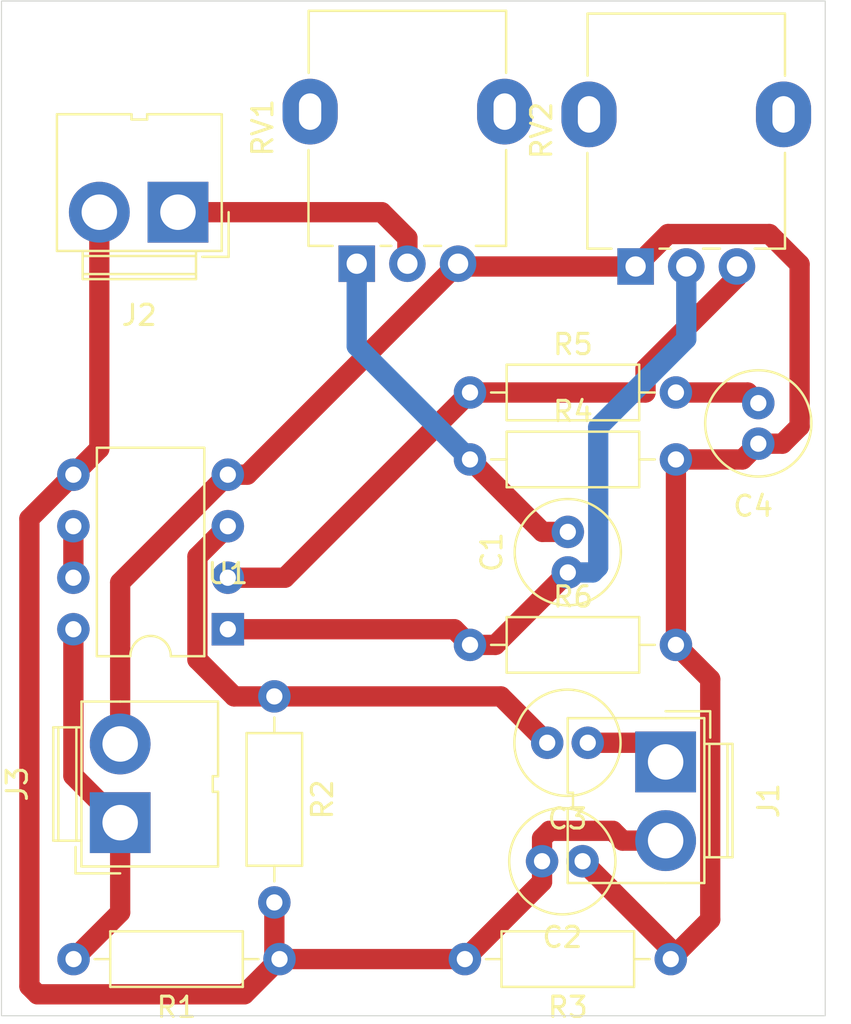
<source format=kicad_pcb>
(kicad_pcb (version 20240108) (generator "pcbnew") (generator_version "8.0")
  (layers (0 "F.Cu" signal) (31 "B.Cu" signal) (34 "B.Paste" user) (35 "F.Paste" user) (36 "B.SilkS" user "B.Silkscreen") (37 "F.SilkS" user "F.Silkscreen") (38 "B.Mask" user) (39 "F.Mask" user) (44 "Edge.Cuts" user))
  (net 0 "")
  (net 1 "Net-(C1-Pad1)")
  (net 2 "Net-(C1-Pad2)")
  (net 3 "0")
  (net 4 "GND")
  (net 5 "Net-(U1A-+)")
  (net 6 "Net-(J1-Pin_1)")
  (net 7 "Net-(C4-Pad2)")
  (net 8 "Net-(J2-Pin_1)")
  (net 9 "+9V")
  (net 10 "Net-(U1A--)")
  (net 11 "Net-(U1B--)")
  (footprint "Capacitor_THT:C_Radial_D5.0mm_H11.0mm_P2.00mm" (layer "F.Cu") (at 158.63 107.77 180)
    (property "Reference" "C3" (at 1 -3.75 180) (layer "F.SilkS"))
    (property "Value" "10uF")
    (fp_circle (center 1 0) (end 3.62 0) (stroke (width 0.12)) (fill none) (layer "F.SilkS"))
    (pad "1" thru_hole circle (at 0 0 180) (size 1.6 1.6) (drill 0.8) (layers "*.Cu" "*.Mask") (net 6 "Net-(J1-Pin_1)"))
    (pad "2" thru_hole circle (at 2 0 180) (size 1.6 1.6) (drill 0.8) (layers "*.Cu" "*.Mask") (net 5 "Net-(U1A-+)"))
  )
  (footprint "Resistor_THT:R_Axial_DIN0207_L6.3mm_D2.5mm_P10.16mm_Horizontal" (layer "F.Cu") (at 152.82 93.8)
    (property "Reference" "R4" (at 5.08 -2.37 0) (layer "F.SilkS"))
    (property "Value" "10k")
    (fp_line (start 1.04 0) (end 1.81 0) (stroke (width 0.12)) (layer "F.SilkS"))
    (fp_line (start 1.81 -1.37) (end 1.81 1.37) (stroke (width 0.12)) (layer "F.SilkS"))
    (fp_line (start 1.81 1.37) (end 8.35 1.37) (stroke (width 0.12)) (layer "F.SilkS"))
    (fp_line (start 8.35 -1.37) (end 1.81 -1.37) (stroke (width 0.12)) (layer "F.SilkS"))
    (fp_line (start 8.35 1.37) (end 8.35 -1.37) (stroke (width 0.12)) (layer "F.SilkS"))
    (fp_line (start 9.12 0) (end 8.35 0) (stroke (width 0.12)) (layer "F.SilkS"))
    (pad "1" thru_hole circle (at 0 0) (size 1.6 1.6) (drill 0.8) (layers "*.Cu" "*.Mask") (net 2 "Net-(C1-Pad2)"))
    (pad "2" thru_hole oval (at 10.16 0) (size 1.6 1.6) (drill 0.8) (layers "*.Cu" "*.Mask") (net 4 "GND"))
  )
  (footprint "Potentiometer_THT:Potentiometer_Alpha_RD901F-40-00D_Single_Vertical" (layer "F.Cu") (at 160.991 84.285 90)
    (property "Reference" "RV2" (at 6.71 -4.64 -90) (layer "F.SilkS"))
    (property "Value" "100k")
    (fp_line (start 0.88 -2.38) (end 5.6 -2.38) (stroke (width 0.12)) (layer "F.SilkS"))
    (fp_line (start 9.41 -2.37) (end 12.47 -2.37) (stroke (width 0.12)) (layer "F.SilkS"))
    (fp_line (start 0.88 -1.19) (end 0.88 -2.37) (stroke (width 0.12)) (layer "F.SilkS"))
    (fp_line (start 0.88 1.71) (end 0.88 1.18) (stroke (width 0.12)) (layer "F.SilkS"))
    (fp_line (start 0.88 4.16) (end 0.88 3.33) (stroke (width 0.12)) (layer "F.SilkS"))
    (fp_line (start 12.47 7.37) (end 12.47 -2.37) (stroke (width 0.12)) (layer "F.SilkS"))
    (fp_line (start 9.41 7.37) (end 12.47 7.37) (stroke (width 0.12)) (layer "F.SilkS"))
    (fp_line (start 0.88 7.37) (end 0.88 5.88) (stroke (width 0.12)) (layer "F.SilkS"))
    (fp_line (start 0.88 7.37) (end 5.6 7.37) (stroke (width 0.12)) (layer "F.SilkS"))
    (pad "" thru_hole oval (at 7.5 -2.3 180) (size 2.72 3.24) (drill oval 1.1 1.8) (layers "*.Cu" "*.Mask"))
    (pad "" thru_hole oval (at 7.5 7.3 180) (size 2.72 3.24) (drill oval 1.1 1.8) (layers "*.Cu" "*.Mask"))
    (pad "1" thru_hole rect (at 0 0 180) (size 1.8 1.8) (drill 1) (layers "*.Cu" "*.Mask") (net 4 "GND"))
    (pad "2" thru_hole circle (at 0 2.5 180) (size 1.8 1.8) (drill 1) (layers "*.Cu" "*.Mask") (net 1 "Net-(C1-Pad1)"))
    (pad "3" thru_hole circle (at 0 5 180) (size 1.8 1.8) (drill 1) (layers "*.Cu" "*.Mask") (net 10 "Net-(U1A--)"))
  )
  (footprint "Capacitor_THT:C_Radial_D5.0mm_H11.0mm_P2.00mm" (layer "F.Cu") (at 158.376 113.612 180)
    (property "Reference" "C2" (at 1 -3.75 180) (layer "F.SilkS"))
    (property "Value" "10uF")
    (fp_circle (center 1 0) (end 3.62 0) (stroke (width 0.12)) (fill none) (layer "F.SilkS"))
    (pad "1" thru_hole circle (at 0 0 180) (size 1.6 1.6) (drill 0.8) (layers "*.Cu" "*.Mask") (net 4 "GND"))
    (pad "2" thru_hole circle (at 2 0 180) (size 1.6 1.6) (drill 0.8) (layers "*.Cu" "*.Mask") (net 3 "0"))
  )
  (footprint "Resistor_THT:R_Axial_DIN0207_L6.3mm_D2.5mm_P10.16mm_Horizontal" (layer "F.Cu") (at 143.168 105.484 -90)
    (property "Reference" "R2" (at 5.08 -2.37 90) (layer "F.SilkS"))
    (property "Value" "100k")
    (fp_line (start 1.81 1.37) (end 8.35 1.37) (stroke (width 0.12)) (layer "F.SilkS"))
    (fp_line (start 8.35 1.37) (end 8.35 -1.37) (stroke (width 0.12)) (layer "F.SilkS"))
    (fp_line (start 1.04 0) (end 1.81 0) (stroke (width 0.12)) (layer "F.SilkS"))
    (fp_line (start 9.12 0) (end 8.35 0) (stroke (width 0.12)) (layer "F.SilkS"))
    (fp_line (start 1.81 -1.37) (end 1.81 1.37) (stroke (width 0.12)) (layer "F.SilkS"))
    (fp_line (start 8.35 -1.37) (end 1.81 -1.37) (stroke (width 0.12)) (layer "F.SilkS"))
    (pad "1" thru_hole circle (at 0 0 270) (size 1.6 1.6) (drill 0.8) (layers "*.Cu" "*.Mask") (net 5 "Net-(U1A-+)"))
    (pad "2" thru_hole oval (at 10.16 0 270) (size 1.6 1.6) (drill 0.8) (layers "*.Cu" "*.Mask") (net 3 "0"))
  )
  (footprint "Capacitor_THT:C_Radial_D5.0mm_H11.0mm_P2.00mm" (layer "F.Cu") (at 157.646 99.372 90)
    (property "Reference" "C1" (at 1 -3.75 -90) (layer "F.SilkS"))
    (property "Value" "10uF")
    (fp_circle (center 1 0) (end 3.62 0) (stroke (width 0.12)) (fill none) (layer "F.SilkS"))
    (pad "1" thru_hole circle (at 0 0 90) (size 1.6 1.6) (drill 0.8) (layers "*.Cu" "*.Mask") (net 1 "Net-(C1-Pad1)"))
    (pad "2" thru_hole circle (at 2 0 90) (size 1.6 1.6) (drill 0.8) (layers "*.Cu" "*.Mask") (net 2 "Net-(C1-Pad2)"))
  )
  (footprint "Connector:JWT_A3963_1x02_P3.96mm_Vertical" (layer "F.Cu") (at 138.412 81.608 180)
    (property "Reference" "J2" (at 1.91 -5.08 180) (layer "F.SilkS"))
    (property "Value" "Conn_01x02_Pin")
    (fp_line (start 5.97 4.83) (end 5.97 0) (stroke (width 0.12)) (layer "F.SilkS"))
    (fp_line (start 5.97 -1.91) (end 5.97 0) (stroke (width 0.12)) (layer "F.SilkS"))
    (fp_line (start 4.7 -1.91) (end 4.7 -3.3) (stroke (width 0.12)) (layer "F.SilkS"))
    (fp_line (start 2.29 4.83) (end 5.97 4.83) (stroke (width 0.12)) (layer "F.SilkS"))
    (fp_line (start 2.29 4.57) (end 2.29 4.83) (stroke (width 0.12)) (layer "F.SilkS"))
    (fp_line (start 1.52 4.83) (end 1.52 4.57) (stroke (width 0.12)) (layer "F.SilkS"))
    (fp_line (start 1.52 4.83) (end -2.16 4.83) (stroke (width 0.12)) (layer "F.SilkS"))
    (fp_line (start 1.52 4.57) (end 2.29 4.57) (stroke (width 0.12)) (layer "F.SilkS"))
    (fp_line (start -0.89 -1.91) (end -0.89 -3.3) (stroke (width 0.12)) (layer "F.SilkS"))
    (fp_line (start -0.89 -2.16) (end 4.7 -2.16) (stroke (width 0.12)) (layer "F.SilkS"))
    (fp_line (start -0.89 -3.05) (end 4.7 -3.05) (stroke (width 0.12)) (layer "F.SilkS"))
    (fp_line (start -0.89 -3.3) (end 4.7 -3.3) (stroke (width 0.12)) (layer "F.SilkS"))
    (fp_line (start -1.2 -2.2) (end -2.5 -2.2) (stroke (width 0.12)) (layer "F.SilkS"))
    (fp_line (start -2.16 0) (end -2.16 4.83) (stroke (width 0.12)) (layer "F.SilkS"))
    (fp_line (start -2.16 -1.91) (end 5.97 -1.91) (stroke (width 0.12)) (layer "F.SilkS"))
    (fp_line (start -2.16 -1.91) (end -2.16 0) (stroke (width 0.12)) (layer "F.SilkS"))
    (fp_line (start -2.5 -2.2) (end -2.5 0) (stroke (width 0.12)) (layer "F.SilkS"))
    (pad "1" thru_hole rect (at 0 0 180) (size 3 3) (drill 1.75) (layers "*.Cu" "*.Mask") (net 8 "Net-(J2-Pin_1)"))
    (pad "2" thru_hole circle (at 3.88 0 180) (size 3 3) (drill 1.75) (layers "*.Cu" "*.Mask") (net 3 "0"))
  )
  (footprint "Connector:JWT_A3963_1x02_P3.96mm_Vertical" (layer "F.Cu") (at 135.56 111.7095 90)
    (property "Reference" "J3" (at 1.91 -5.08 -90) (layer "F.SilkS"))
    (property "Value" "Conn_01x02_Pin")
    (fp_line (start -0.89 -3.3) (end 4.7 -3.3) (stroke (width 0.12)) (layer "F.SilkS"))
    (fp_line (start -0.89 -3.05) (end 4.7 -3.05) (stroke (width 0.12)) (layer "F.SilkS"))
    (fp_line (start -1.2 -2.2) (end -2.5 -2.2) (stroke (width 0.12)) (layer "F.SilkS"))
    (fp_line (start -2.5 -2.2) (end -2.5 0) (stroke (width 0.12)) (layer "F.SilkS"))
    (fp_line (start -0.89 -2.16) (end 4.7 -2.16) (stroke (width 0.12)) (layer "F.SilkS"))
    (fp_line (start 5.97 -1.91) (end 5.97 0) (stroke (width 0.12)) (layer "F.SilkS"))
    (fp_line (start 4.7 -1.91) (end 4.7 -3.3) (stroke (width 0.12)) (layer "F.SilkS"))
    (fp_line (start -0.89 -1.91) (end -0.89 -3.3) (stroke (width 0.12)) (layer "F.SilkS"))
    (fp_line (start -2.16 -1.91) (end 5.97 -1.91) (stroke (width 0.12)) (layer "F.SilkS"))
    (fp_line (start -2.16 -1.91) (end -2.16 0) (stroke (width 0.12)) (layer "F.SilkS"))
    (fp_line (start -2.16 0) (end -2.16 4.83) (stroke (width 0.12)) (layer "F.SilkS"))
    (fp_line (start 2.29 4.57) (end 2.29 4.83) (stroke (width 0.12)) (layer "F.SilkS"))
    (fp_line (start 1.52 4.57) (end 2.29 4.57) (stroke (width 0.12)) (layer "F.SilkS"))
    (fp_line (start 5.97 4.83) (end 5.97 0) (stroke (width 0.12)) (layer "F.SilkS"))
    (fp_line (start 2.29 4.83) (end 5.97 4.83) (stroke (width 0.12)) (layer "F.SilkS"))
    (fp_line (start 1.52 4.83) (end 1.52 4.57) (stroke (width 0.12)) (layer "F.SilkS"))
    (fp_line (start 1.52 4.83) (end -2.16 4.83) (stroke (width 0.12)) (layer "F.SilkS"))
    (pad "1" thru_hole rect (at 0 0 90) (size 3 3) (drill 1.75) (layers "*.Cu" "*.Mask") (net 9 "+9V"))
    (pad "2" thru_hole circle (at 3.88 0 90) (size 3 3) (drill 1.75) (layers "*.Cu" "*.Mask") (net 4 "GND"))
  )
  (footprint "Resistor_THT:R_Axial_DIN0207_L6.3mm_D2.5mm_P10.16mm_Horizontal" (layer "F.Cu") (at 152.82 90.498)
    (property "Reference" "R5" (at 5.08 -2.37 0) (layer "F.SilkS"))
    (property "Value" "1k")
    (fp_line (start 1.04 0) (end 1.81 0) (stroke (width 0.12)) (layer "F.SilkS"))
    (fp_line (start 1.81 -1.37) (end 1.81 1.37) (stroke (width 0.12)) (layer "F.SilkS"))
    (fp_line (start 1.81 1.37) (end 8.35 1.37) (stroke (width 0.12)) (layer "F.SilkS"))
    (fp_line (start 8.35 -1.37) (end 1.81 -1.37) (stroke (width 0.12)) (layer "F.SilkS"))
    (fp_line (start 8.35 1.37) (end 8.35 -1.37) (stroke (width 0.12)) (layer "F.SilkS"))
    (fp_line (start 9.12 0) (end 8.35 0) (stroke (width 0.12)) (layer "F.SilkS"))
    (pad "1" thru_hole circle (at 0 0) (size 1.6 1.6) (drill 0.8) (layers "*.Cu" "*.Mask") (net 10 "Net-(U1A--)"))
    (pad "2" thru_hole oval (at 10.16 0) (size 1.6 1.6) (drill 0.8) (layers "*.Cu" "*.Mask") (net 7 "Net-(C4-Pad2)"))
  )
  (footprint "Resistor_THT:R_Axial_DIN0207_L6.3mm_D2.5mm_P10.16mm_Horizontal" (layer "F.Cu") (at 143.422 118.438 180)
    (property "Reference" "R1" (at 5.08 -2.37 180) (layer "F.SilkS"))
    (property "Value" "10k")
    (fp_line (start 9.12 0) (end 8.35 0) (stroke (width 0.12)) (layer "F.SilkS"))
    (fp_line (start 8.35 1.37) (end 8.35 -1.37) (stroke (width 0.12)) (layer "F.SilkS"))
    (fp_line (start 8.35 -1.37) (end 1.81 -1.37) (stroke (width 0.12)) (layer "F.SilkS"))
    (fp_line (start 1.81 1.37) (end 8.35 1.37) (stroke (width 0.12)) (layer "F.SilkS"))
    (fp_line (start 1.81 -1.37) (end 1.81 1.37) (stroke (width 0.12)) (layer "F.SilkS"))
    (fp_line (start 1.04 0) (end 1.81 0) (stroke (width 0.12)) (layer "F.SilkS"))
    (pad "1" thru_hole circle (at 0 0 180) (size 1.6 1.6) (drill 0.8) (layers "*.Cu" "*.Mask") (net 3 "0"))
    (pad "2" thru_hole oval (at 10.16 0 180) (size 1.6 1.6) (drill 0.8) (layers "*.Cu" "*.Mask") (net 9 "+9V"))
  )
  (footprint "Capacitor_THT:C_Radial_D5.0mm_H11.0mm_P2.00mm" (layer "F.Cu") (at 167.044 93.022 90)
    (property "Reference" "C4" (at -3.08 -0.254 0) (layer "F.SilkS"))
    (property "Value" "10uF")
    (fp_circle (center 1 0) (end 3.62 0) (stroke (width 0.12)) (fill none) (layer "F.SilkS"))
    (pad "1" thru_hole circle (at 0 0 90) (size 1.6 1.6) (drill 0.8) (layers "*.Cu" "*.Mask") (net 4 "GND"))
    (pad "2" thru_hole circle (at 2 0 90) (size 1.6 1.6) (drill 0.8) (layers "*.Cu" "*.Mask") (net 7 "Net-(C4-Pad2)"))
  )
  (footprint "Connector:JWT_A3963_1x02_P3.96mm_Vertical" (layer "F.Cu") (at 162.472 108.716 -90)
    (property "Reference" "J1" (at 1.91 -5.08 90) (layer "F.SilkS"))
    (property "Value" "Conn_01x02_Pin")
    (fp_line (start 1.52 4.83) (end -2.16 4.83) (stroke (width 0.12)) (layer "F.SilkS"))
    (fp_line (start 1.52 4.83) (end 1.52 4.57) (stroke (width 0.12)) (layer "F.SilkS"))
    (fp_line (start 2.29 4.83) (end 5.97 4.83) (stroke (width 0.12)) (layer "F.SilkS"))
    (fp_line (start 5.97 4.83) (end 5.97 0) (stroke (width 0.12)) (layer "F.SilkS"))
    (fp_line (start 1.52 4.57) (end 2.29 4.57) (stroke (width 0.12)) (layer "F.SilkS"))
    (fp_line (start 2.29 4.57) (end 2.29 4.83) (stroke (width 0.12)) (layer "F.SilkS"))
    (fp_line (start -2.16 0) (end -2.16 4.83) (stroke (width 0.12)) (layer "F.SilkS"))
    (fp_line (start -2.16 -1.91) (end -2.16 0) (stroke (width 0.12)) (layer "F.SilkS"))
    (fp_line (start -2.16 -1.91) (end 5.97 -1.91) (stroke (width 0.12)) (layer "F.SilkS"))
    (fp_line (start -0.89 -1.91) (end -0.89 -3.3) (stroke (width 0.12)) (layer "F.SilkS"))
    (fp_line (start 4.7 -1.91) (end 4.7 -3.3) (stroke (width 0.12)) (layer "F.SilkS"))
    (fp_line (start 5.97 -1.91) (end 5.97 0) (stroke (width 0.12)) (layer "F.SilkS"))
    (fp_line (start -0.89 -2.16) (end 4.7 -2.16) (stroke (width 0.12)) (layer "F.SilkS"))
    (fp_line (start -2.5 -2.2) (end -2.5 0) (stroke (width 0.12)) (layer "F.SilkS"))
    (fp_line (start -1.2 -2.2) (end -2.5 -2.2) (stroke (width 0.12)) (layer "F.SilkS"))
    (fp_line (start -0.89 -3.05) (end 4.7 -3.05) (stroke (width 0.12)) (layer "F.SilkS"))
    (fp_line (start -0.89 -3.3) (end 4.7 -3.3) (stroke (width 0.12)) (layer "F.SilkS"))
    (pad "1" thru_hole rect (at 0 0 270) (size 3 3) (drill 1.75) (layers "*.Cu" "*.Mask") (net 6 "Net-(J1-Pin_1)"))
    (pad "2" thru_hole circle (at 3.88 0 270) (size 3 3) (drill 1.75) (layers "*.Cu" "*.Mask") (net 3 "0"))
  )
  (footprint "Resistor_THT:R_Axial_DIN0207_L6.3mm_D2.5mm_P10.16mm_Horizontal" (layer "F.Cu") (at 152.82 102.944)
    (property "Reference" "R6" (at 5.08 -2.37 0) (layer "F.SilkS"))
    (property "Value" "1k")
    (fp_line (start 1.04 0) (end 1.81 0) (stroke (width 0.12)) (layer "F.SilkS"))
    (fp_line (start 1.81 -1.37) (end 1.81 1.37) (stroke (width 0.12)) (layer "F.SilkS"))
    (fp_line (start 1.81 1.37) (end 8.35 1.37) (stroke (width 0.12)) (layer "F.SilkS"))
    (fp_line (start 8.35 -1.37) (end 1.81 -1.37) (stroke (width 0.12)) (layer "F.SilkS"))
    (fp_line (start 8.35 1.37) (end 8.35 -1.37) (stroke (width 0.12)) (layer "F.SilkS"))
    (fp_line (start 9.12 0) (end 8.35 0) (stroke (width 0.12)) (layer "F.SilkS"))
    (pad "1" thru_hole circle (at 0 0) (size 1.6 1.6) (drill 0.8) (layers "*.Cu" "*.Mask") (net 1 "Net-(C1-Pad1)"))
    (pad "2" thru_hole oval (at 10.16 0) (size 1.6 1.6) (drill 0.8) (layers "*.Cu" "*.Mask") (net 4 "GND"))
  )
  (footprint "Package_DIP:DIP-8_W7.62mm" (layer "F.Cu") (at 140.872 102.172 180)
    (property "Reference" "U1" (at 0 2.75 180) (layer "F.SilkS"))
    (property "Value" "TL072")
    (fp_line (start 6.46 8.95) (end 6.46 -1.33) (stroke (width 0.12)) (layer "F.SilkS"))
    (fp_line (start 6.46 -1.33) (end 4.81 -1.33) (stroke (width 0.12)) (layer "F.SilkS"))
    (fp_line (start 2.81 -1.33) (end 1.16 -1.33) (stroke (width 0.12)) (layer "F.SilkS"))
    (fp_line (start 1.16 8.95) (end 6.46 8.95) (stroke (width 0.12)) (layer "F.SilkS"))
    (fp_line (start 1.16 -1.33) (end 1.16 8.95) (stroke (width 0.12)) (layer "F.SilkS"))
    (fp_arc (start 4.81 -1.33) (mid 3.81 -0.33) (end 2.81 -1.33) (stroke (width 0.12)) (layer "F.SilkS"))
    (pad "1" thru_hole rect (at 0 0 180) (size 1.6 1.6) (drill 0.8) (layers "*.Cu" "*.Mask") (net 1 "Net-(C1-Pad1)"))
    (pad "2" thru_hole oval (at 0 2.54 180) (size 1.6 1.6) (drill 0.8) (layers "*.Cu" "*.Mask") (net 10 "Net-(U1A--)"))
    (pad "3" thru_hole oval (at 0 5.08 180) (size 1.6 1.6) (drill 0.8) (layers "*.Cu" "*.Mask") (net 5 "Net-(U1A-+)"))
    (pad "4" thru_hole oval (at 0 7.62 180) (size 1.6 1.6) (drill 0.8) (layers "*.Cu" "*.Mask") (net 4 "GND"))
    (pad "5" thru_hole oval (at 7.62 7.62 180) (size 1.6 1.6) (drill 0.8) (layers "*.Cu" "*.Mask") (net 3 "0"))
    (pad "6" thru_hole oval (at 7.62 5.08 180) (size 1.6 1.6) (drill 0.8) (layers "*.Cu" "*.Mask") (net 11 "Net-(U1B--)"))
    (pad "7" thru_hole oval (at 7.62 2.54 180) (size 1.6 1.6) (drill 0.8) (layers "*.Cu" "*.Mask") (net 11 "Net-(U1B--)"))
    (pad "8" thru_hole oval (at 7.62 0 180) (size 1.6 1.6) (drill 0.8) (layers "*.Cu" "*.Mask") (net 9 "+9V"))
  )
  (footprint "Potentiometer_THT:Potentiometer_Alpha_RD901F-40-00D_Single_Vertical" (layer "F.Cu") (at 147.232 84.148 90)
    (property "Reference" "RV1" (at 6.71 -4.64 -90) (layer "F.SilkS"))
    (property "Value" "100k")
    (fp_line (start 0.88 -2.38) (end 5.6 -2.38) (stroke (width 0.12)) (layer "F.SilkS"))
    (fp_line (start 9.41 -2.37) (end 12.47 -2.37) (stroke (width 0.12)) (layer "F.SilkS"))
    (fp_line (start 0.88 -1.19) (end 0.88 -2.37) (stroke (width 0.12)) (layer "F.SilkS"))
    (fp_line (start 0.88 1.71) (end 0.88 1.18) (stroke (width 0.12)) (layer "F.SilkS"))
    (fp_line (start 0.88 4.16) (end 0.88 3.33) (stroke (width 0.12)) (layer "F.SilkS"))
    (fp_line (start 12.47 7.37) (end 12.47 -2.37) (stroke (width 0.12)) (layer "F.SilkS"))
    (fp_line (start 9.41 7.37) (end 12.47 7.37) (stroke (width 0.12)) (layer "F.SilkS"))
    (fp_line (start 0.88 7.37) (end 0.88 5.88) (stroke (width 0.12)) (layer "F.SilkS"))
    (fp_line (start 0.88 7.37) (end 5.6 7.37) (stroke (width 0.12)) (layer "F.SilkS"))
    (pad "" thru_hole oval (at 7.5 -2.3 180) (size 2.72 3.24) (drill oval 1.1 1.8) (layers "*.Cu" "*.Mask"))
    (pad "" thru_hole oval (at 7.5 7.3 180) (size 2.72 3.24) (drill oval 1.1 1.8) (layers "*.Cu" "*.Mask"))
    (pad "1" thru_hole rect (at 0 0 180) (size 1.8 1.8) (drill 1) (layers "*.Cu" "*.Mask") (net 2 "Net-(C1-Pad2)"))
    (pad "2" thru_hole circle (at 0 2.5 180) (size 1.8 1.8) (drill 1) (layers "*.Cu" "*.Mask") (net 8 "Net-(J2-Pin_1)"))
    (pad "3" thru_hole circle (at 0 5 180) (size 1.8 1.8) (drill 1) (layers "*.Cu" "*.Mask") (net 4 "GND"))
  )
  (footprint "Resistor_THT:R_Axial_DIN0207_L6.3mm_D2.5mm_P10.16mm_Horizontal" (layer "F.Cu") (at 162.726 118.438 180)
    (property "Reference" "R3" (at 5.08 -2.37 180) (layer "F.SilkS"))
    (property "Value" "10k")
    (fp_line (start 9.12 0) (end 8.35 0) (stroke (width 0.12)) (layer "F.SilkS"))
    (fp_line (start 8.35 1.37) (end 8.35 -1.37) (stroke (width 0.12)) (layer "F.SilkS"))
    (fp_line (start 8.35 -1.37) (end 1.81 -1.37) (stroke (width 0.12)) (layer "F.SilkS"))
    (fp_line (start 1.81 1.37) (end 8.35 1.37) (stroke (width 0.12)) (layer "F.SilkS"))
    (fp_line (start 1.81 -1.37) (end 1.81 1.37) (stroke (width 0.12)) (layer "F.SilkS"))
    (fp_line (start 1.04 0) (end 1.81 0) (stroke (width 0.12)) (layer "F.SilkS"))
    (pad "1" thru_hole circle (at 0 0 180) (size 1.6 1.6) (drill 0.8) (layers "*.Cu" "*.Mask") (net 4 "GND"))
    (pad "2" thru_hole oval (at 10.16 0 180) (size 1.6 1.6) (drill 0.8) (layers "*.Cu" "*.Mask") (net 3 "0"))
  )
  (gr_rect (start 129.706 71.194) (end 170.346 121.232) (stroke (width 0.05)) (fill none) (layer "Edge.Cuts"))
  (segment (start 152.048 102.172) (end 152.82 102.944) (width 1) (layer "F.Cu") (net 1))
  (segment (start 140.872 102.172) (end 152.048 102.172) (width 1) (layer "F.Cu") (net 1))
  (segment (start 154.074 102.944) (end 157.646 99.372) (width 1) (layer "F.Cu") (net 1))
  (segment (start 152.82 102.944) (end 154.074 102.944) (width 1) (layer "F.Cu") (net 1))
  (segment (start 163.491 87.865679) (end 159.146 92.210679) (width 1) (layer "B.Cu") (net 1))
  (segment (start 159.146 92.210679) (end 159.146 99.11) (width 1) (layer "B.Cu") (net 1))
  (segment (start 159.146 99.11) (end 158.884 99.372) (width 1) (layer "B.Cu") (net 1))
  (segment (start 158.884 99.372) (end 157.646 99.372) (width 1) (layer "B.Cu") (net 1))
  (segment (start 163.491 84.285) (end 163.491 87.865679) (width 1) (layer "B.Cu") (net 1))
  (segment (start 157.646 97.372) (end 156.392 97.372) (width 1) (layer "F.Cu") (net 2))
  (segment (start 156.392 97.372) (end 152.82 93.8) (width 1) (layer "F.Cu") (net 2))
  (segment (start 152.82 93.8) (end 147.232 88.212) (width 1) (layer "B.Cu") (net 2))
  (segment (start 147.232 88.212) (end 147.232 84.148) (width 1) (layer "B.Cu") (net 2))
  (segment (start 156.376 112.48063) (end 156.376 113.612) (width 1) (layer "F.Cu") (net 3))
  (segment (start 159.86668 112.112) (end 156.74463 112.112) (width 1) (layer "F.Cu") (net 3))
  (segment (start 156.376 113.612) (end 156.376 114.628) (width 1) (layer "F.Cu") (net 3))
  (segment (start 156.376 114.628) (end 152.566 118.438) (width 1) (layer "F.Cu") (net 3))
  (segment (start 141.686 120.174) (end 143.422 118.438) (width 1) (layer "F.Cu") (net 3))
  (segment (start 143.168 118.184) (end 143.422 118.438) (width 1) (layer "F.Cu") (net 3))
  (segment (start 160.35068 112.596) (end 159.86668 112.112) (width 1) (layer "F.Cu") (net 3))
  (segment (start 133.252 94.552) (end 131.082 96.722) (width 1) (layer "F.Cu") (net 3))
  (segment (start 143.168 115.644) (end 143.168 118.184) (width 1) (layer "F.Cu") (net 3))
  (segment (start 134.532 81.608) (end 134.532 93.272) (width 1) (layer "F.Cu") (net 3))
  (segment (start 162.472 112.596) (end 160.35068 112.596) (width 1) (layer "F.Cu") (net 3))
  (segment (start 131.082 119.77666) (end 131.47934 120.174) (width 1) (layer "F.Cu") (net 3))
  (segment (start 131.47934 120.174) (end 141.686 120.174) (width 1) (layer "F.Cu") (net 3))
  (segment (start 156.74463 112.112) (end 156.376 112.48063) (width 1) (layer "F.Cu") (net 3))
  (segment (start 143.422 118.438) (end 152.566 118.438) (width 1) (layer "F.Cu") (net 3))
  (segment (start 134.532 93.272) (end 133.252 94.552) (width 1) (layer "F.Cu") (net 3))
  (segment (start 131.082 96.722) (end 131.082 119.77666) (width 1) (layer "F.Cu") (net 3))
  (segment (start 135.56 99.864) (end 140.872 94.552) (width 1) (layer "F.Cu") (net 4))
  (segment (start 162.591 82.685) (end 167.593 82.685) (width 1) (layer "F.Cu") (net 4))
  (segment (start 169.082 84.174) (end 169.082 92.174) (width 1) (layer "F.Cu") (net 4))
  (segment (start 162.726 118.438) (end 162.726 117.962) (width 1) (layer "F.Cu") (net 4))
  (segment (start 152.369 84.285) (end 152.232 84.148) (width 1) (layer "F.Cu") (net 4))
  (segment (start 164.672 116.492) (end 162.726 118.438) (width 1) (layer "F.Cu") (net 4))
  (segment (start 160.991 84.285) (end 152.369 84.285) (width 1) (layer "F.Cu") (net 4))
  (segment (start 166.266 93.8) (end 167.044 93.022) (width 1) (layer "F.Cu") (net 4))
  (segment (start 135.56 107.8295) (end 135.56 99.864) (width 1) (layer "F.Cu") (net 4))
  (segment (start 167.593 82.685) (end 169.082 84.174) (width 1) (layer "F.Cu") (net 4))
  (segment (start 168.234 93.022) (end 167.044 93.022) (width 1) (layer "F.Cu") (net 4))
  (segment (start 160.991 84.285) (end 162.591 82.685) (width 1) (layer "F.Cu") (net 4))
  (segment (start 141.828 94.552) (end 152.232 84.148) (width 1) (layer "F.Cu") (net 4))
  (segment (start 162.98 93.8) (end 166.266 93.8) (width 1) (layer "F.Cu") (net 4))
  (segment (start 164.672 104.636) (end 164.672 116.492) (width 1) (layer "F.Cu") (net 4))
  (segment (start 162.98 102.944) (end 162.98 93.8) (width 1) (layer "F.Cu") (net 4))
  (segment (start 140.872 94.552) (end 141.828 94.552) (width 1) (layer "F.Cu") (net 4))
  (segment (start 169.082 92.174) (end 168.234 93.022) (width 1) (layer "F.Cu") (net 4))
  (segment (start 162.98 102.944) (end 164.672 104.636) (width 1) (layer "F.Cu") (net 4))
  (segment (start 162.726 117.962) (end 158.376 113.612) (width 1) (layer "F.Cu") (net 4))
  (segment (start 141.184 105.484) (end 139.372 103.672) (width 1) (layer "F.Cu") (net 5))
  (segment (start 143.168 105.484) (end 154.344 105.484) (width 1) (layer "F.Cu") (net 5))
  (segment (start 143.168 105.484) (end 141.184 105.484) (width 1) (layer "F.Cu") (net 5))
  (segment (start 139.372 103.672) (end 139.372 98.592) (width 1) (layer "F.Cu") (net 5))
  (segment (start 139.372 98.592) (end 140.872 97.092) (width 1) (layer "F.Cu") (net 5))
  (segment (start 154.344 105.484) (end 156.63 107.77) (width 1) (layer "F.Cu") (net 5))
  (segment (start 158.63 107.77) (end 161.526 107.77) (width 1) (layer "F.Cu") (net 6))
  (segment (start 161.526 107.77) (end 162.472 108.716) (width 1) (layer "F.Cu") (net 6))
  (segment (start 166.52 90.498) (end 167.044 91.022) (width 1) (layer "F.Cu") (net 7))
  (segment (start 162.98 90.498) (end 166.52 90.498) (width 1) (layer "F.Cu") (net 7))
  (segment (start 149.732 82.875208) (end 149.732 84.148) (width 1) (layer "F.Cu") (net 8))
  (segment (start 138.412 81.608) (end 148.464792 81.608) (width 1) (layer "F.Cu") (net 8))
  (segment (start 148.464792 81.608) (end 149.732 82.875208) (width 1) (layer "F.Cu") (net 8))
  (segment (start 135.56 111.7095) (end 133.252 109.4015) (width 1) (layer "F.Cu") (net 9))
  (segment (start 135.56 111.7095) (end 135.56 116.14) (width 1) (layer "F.Cu") (net 9))
  (segment (start 133.252 109.4015) (end 133.252 102.172) (width 1) (layer "F.Cu") (net 9))
  (segment (start 135.56 116.14) (end 133.262 118.438) (width 1) (layer "F.Cu") (net 9))
  (segment (start 143.686 99.632) (end 152.82 90.498) (width 1) (layer "F.Cu") (net 10))
  (segment (start 165.991 84.81534) (end 165.991 84.285) (width 1) (layer "F.Cu") (net 10))
  (segment (start 161.48 90.498) (end 161.48 89.32634) (width 1) (layer "F.Cu") (net 10))
  (segment (start 152.82 90.498) (end 161.48 90.498) (width 1) (layer "F.Cu") (net 10))
  (segment (start 161.48 89.32634) (end 165.991 84.81534) (width 1) (layer "F.Cu") (net 10))
  (segment (start 140.872 99.632) (end 143.686 99.632) (width 1) (layer "F.Cu") (net 10))
  (segment (start 133.252 97.092) (end 133.252 99.632) (width 1) (layer "F.Cu") (net 11))
)
</source>
